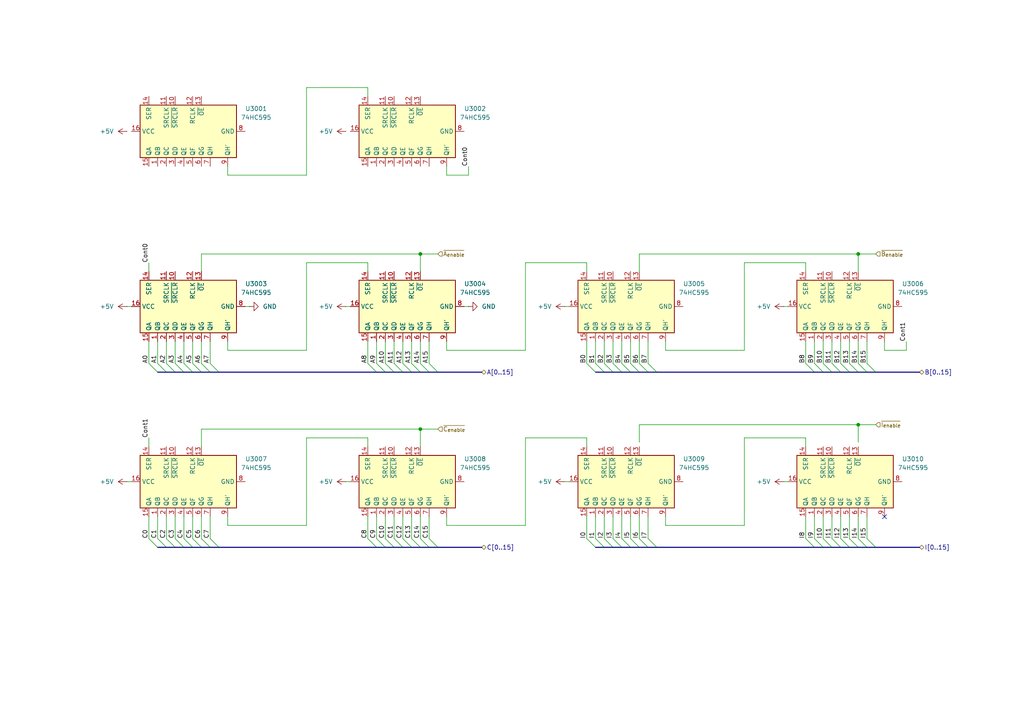
<source format=kicad_sch>
(kicad_sch (version 20231120) (generator "eeschema") (generator_version "8.0")
  (paper "A4")
  (lib_symbols
    (symbol "74xx:74HC595"
      (property "Reference" "U" (at -7.62 13.97 0))
      (property "Value" "74HC595" (at -7.62 -16.51 0))
      (symbol "74HC595_1_0"
        (pin tri_state line (at 10.16 7.62 180) (length 2.54) (name "QB") (number "1"))
        (pin input line (at -10.16 2.54 0) (length 2.54) (name "~{SRCLR}") (number "10"))
        (pin input line (at -10.16 5.08 0) (length 2.54) (name "SRCLK") (number "11"))
        (pin input line (at -10.16 -2.54 0) (length 2.54) (name "RCLK") (number "12"))
        (pin input line (at -10.16 -5.08 0) (length 2.54) (name "~{OE}") (number "13"))
        (pin input line (at -10.16 10.16 0) (length 2.54) (name "SER") (number "14"))
        (pin tri_state line (at 10.16 10.16 180) (length 2.54) (name "QA") (number "15"))
        (pin power_in line (at 0 15.24 270) (length 2.54) (name "VCC") (number "16"))
        (pin tri_state line (at 10.16 5.08 180) (length 2.54) (name "QC") (number "2"))
        (pin tri_state line (at 10.16 2.54 180) (length 2.54) (name "QD") (number "3"))
        (pin tri_state line (at 10.16 0 180) (length 2.54) (name "QE") (number "4"))
        (pin tri_state line (at 10.16 -2.54 180) (length 2.54) (name "QF") (number "5"))
        (pin tri_state line (at 10.16 -5.08 180) (length 2.54) (name "QG") (number "6"))
        (pin tri_state line (at 10.16 -7.62 180) (length 2.54) (name "QH") (number "7"))
        (pin power_in line (at 0 -17.78 90) (length 2.54) (name "GND") (number "8"))
        (pin output line (at 10.16 -12.7 180) (length 2.54) (name "QH'") (number "9"))
      )
      (symbol "74HC595_1_1"
        (rectangle (start -7.62 12.7) (end 7.62 -15.24) (stroke (width 0.254)) (fill (type background)))
      )
    )
    (symbol "power:+5V" (power) (pin_numbers hide) (pin_names (offset 0) hide)
      (property "Value" "+5V" (at 0 3.556 0))
      (symbol "+5V_0_1"
        (polyline (pts (xy -0.762 1.27) (xy 0 2.54)))
        (polyline (pts (xy 0 0) (xy 0 2.54)))
        (polyline (pts (xy 0 2.54) (xy 0.762 1.27)))
      )
      (symbol "+5V_1_1"
        (pin power_in line (at 0 0 90) (length 0) (name "~") (number "1"))
      )
    )
    (symbol "power:GND" (power) (pin_numbers hide) (pin_names (offset 0) hide)
      (property "Value" "GND" (at 0 -3.81 0))
      (symbol "GND_0_1"
        (polyline (pts (xy 0 0) (xy 0 -1.27) (xy 1.27 -1.27) (xy 0 -2.54) (xy -1.27 -1.27) (xy 0 -1.27)))
      )
      (symbol "GND_1_1"
        (pin power_in line (at 0 0 270) (length 0) (name "~") (number "1"))
      )
    )
  )
  (junction (at 248.92 73.66))
  (junction (at 121.92 73.66))
  (junction (at 248.92 123.19))
  (junction (at 121.92 124.46))
  (no_connect (at 256.54 149.86))
  (bus_entry (at 251.46 158.75) (size -2.54 -2.54))
  (bus_entry (at 254 158.75) (size -2.54 -2.54))
  (bus_entry (at 60.96 107.95) (size -2.54 -2.54))
  (bus_entry (at 238.76 107.95) (size -2.54 -2.54))
  (bus_entry (at 58.42 158.75) (size -2.54 -2.54))
  (bus_entry (at 190.5 107.95) (size -2.54 -2.54))
  (bus_entry (at 172.72 158.75) (size -2.54 -2.54))
  (bus_entry (at 254 107.95) (size -2.54 -2.54))
  (bus_entry (at 116.84 107.95) (size -2.54 -2.54))
  (bus_entry (at 121.92 158.75) (size -2.54 -2.54))
  (bus_entry (at 180.34 158.75) (size -2.54 -2.54))
  (bus_entry (at 175.26 107.95) (size -2.54 -2.54))
  (bus_entry (at 111.76 107.95) (size -2.54 -2.54))
  (bus_entry (at 185.42 158.75) (size -2.54 -2.54))
  (bus_entry (at 180.34 107.95) (size -2.54 -2.54))
  (bus_entry (at 121.92 107.95) (size -2.54 -2.54))
  (bus_entry (at 185.42 107.95) (size -2.54 -2.54))
  (bus_entry (at 251.46 107.95) (size -2.54 -2.54))
  (bus_entry (at 182.88 107.95) (size -2.54 -2.54))
  (bus_entry (at 241.3 107.95) (size -2.54 -2.54))
  (bus_entry (at 109.22 107.95) (size -2.54 -2.54))
  (bus_entry (at 48.26 158.75) (size -2.54 -2.54))
  (bus_entry (at 236.22 107.95) (size -2.54 -2.54))
  (bus_entry (at 45.72 158.75) (size -2.54 -2.54))
  (bus_entry (at 127 158.75) (size -2.54 -2.54))
  (bus_entry (at 190.5 158.75) (size -2.54 -2.54))
  (bus_entry (at 124.46 158.75) (size -2.54 -2.54))
  (bus_entry (at 177.8 107.95) (size -2.54 -2.54))
  (bus_entry (at 124.46 107.95) (size -2.54 -2.54))
  (bus_entry (at 109.22 158.75) (size -2.54 -2.54))
  (bus_entry (at 50.8 158.75) (size -2.54 -2.54))
  (bus_entry (at 53.34 158.75) (size -2.54 -2.54))
  (bus_entry (at 45.72 107.95) (size -2.54 -2.54))
  (bus_entry (at 246.38 107.95) (size -2.54 -2.54))
  (bus_entry (at 116.84 158.75) (size -2.54 -2.54))
  (bus_entry (at 119.38 107.95) (size -2.54 -2.54))
  (bus_entry (at 248.92 107.95) (size -2.54 -2.54))
  (bus_entry (at 172.72 107.95) (size -2.54 -2.54))
  (bus_entry (at 175.26 158.75) (size -2.54 -2.54))
  (bus_entry (at 114.3 107.95) (size -2.54 -2.54))
  (bus_entry (at 55.88 107.95) (size -2.54 -2.54))
  (bus_entry (at 243.84 158.75) (size -2.54 -2.54))
  (bus_entry (at 53.34 107.95) (size -2.54 -2.54))
  (bus_entry (at 55.88 158.75) (size -2.54 -2.54))
  (bus_entry (at 177.8 158.75) (size -2.54 -2.54))
  (bus_entry (at 63.5 158.75) (size -2.54 -2.54))
  (bus_entry (at 127 107.95) (size -2.54 -2.54))
  (bus_entry (at 111.76 158.75) (size -2.54 -2.54))
  (bus_entry (at 119.38 158.75) (size -2.54 -2.54))
  (bus_entry (at 48.26 107.95) (size -2.54 -2.54))
  (bus_entry (at 246.38 158.75) (size -2.54 -2.54))
  (bus_entry (at 63.5 107.95) (size -2.54 -2.54))
  (bus_entry (at 182.88 158.75) (size -2.54 -2.54))
  (bus_entry (at 60.96 158.75) (size -2.54 -2.54))
  (bus_entry (at 114.3 158.75) (size -2.54 -2.54))
  (bus_entry (at 58.42 107.95) (size -2.54 -2.54))
  (bus_entry (at 238.76 158.75) (size -2.54 -2.54))
  (bus_entry (at 187.96 158.75) (size -2.54 -2.54))
  (bus_entry (at 243.84 107.95) (size -2.54 -2.54))
  (bus_entry (at 187.96 107.95) (size -2.54 -2.54))
  (bus_entry (at 236.22 158.75) (size -2.54 -2.54))
  (bus_entry (at 248.92 158.75) (size -2.54 -2.54))
  (bus_entry (at 50.8 107.95) (size -2.54 -2.54))
  (bus_entry (at 241.3 158.75) (size -2.54 -2.54))
  (wire (pts (xy 66.04 50.8) (xy 88.9 50.8)))
  (wire (pts (xy 119.38 149.86) (xy 119.38 156.21)))
  (wire (pts (xy 193.04 149.86) (xy 193.04 152.4)))
  (wire (pts (xy 111.76 99.06) (xy 111.76 105.41)))
  (wire (pts (xy 246.38 99.06) (xy 246.38 105.41)))
  (wire (pts (xy 43.18 76.2) (xy 43.18 78.74)))
  (bus (pts (xy 114.3 158.75) (xy 116.84 158.75)))
  (wire (pts (xy 129.54 99.06) (xy 129.54 101.6)))
  (wire (pts (xy 180.34 99.06) (xy 180.34 105.41)))
  (wire (pts (xy 121.92 73.66) (xy 127 73.66)))
  (bus (pts (xy 254 158.75) (xy 266.7 158.75)))
  (wire (pts (xy 109.22 149.86) (xy 109.22 156.21)))
  (wire (pts (xy 172.72 149.86) (xy 172.72 156.21)))
  (bus (pts (xy 187.96 107.95) (xy 190.5 107.95)))
  (bus (pts (xy 53.34 107.95) (xy 55.88 107.95)))
  (bus (pts (xy 45.72 158.75) (xy 48.26 158.75)))
  (wire (pts (xy 55.88 149.86) (xy 55.88 156.21)))
  (wire (pts (xy 152.4 101.6) (xy 152.4 76.2)))
  (wire (pts (xy 55.88 99.06) (xy 55.88 105.41)))
  (bus (pts (xy 238.76 107.95) (xy 241.3 107.95)))
  (bus (pts (xy 121.92 158.75) (xy 124.46 158.75)))
  (bus (pts (xy 182.88 107.95) (xy 185.42 107.95)))
  (bus (pts (xy 177.8 107.95) (xy 180.34 107.95)))
  (bus (pts (xy 50.8 107.95) (xy 53.34 107.95)))
  (wire (pts (xy 71.12 88.9) (xy 72.39 88.9)))
  (bus (pts (xy 111.76 107.95) (xy 114.3 107.95)))
  (wire (pts (xy 129.54 101.6) (xy 152.4 101.6)))
  (bus (pts (xy 124.46 158.75) (xy 127 158.75)))
  (wire (pts (xy 187.96 99.06) (xy 187.96 105.41)))
  (wire (pts (xy 193.04 152.4) (xy 215.9 152.4)))
  (wire (pts (xy 215.9 76.2) (xy 233.68 76.2)))
  (wire (pts (xy 233.68 99.06) (xy 233.68 105.41)))
  (bus (pts (xy 180.34 107.95) (xy 182.88 107.95)))
  (wire (pts (xy 58.42 78.74) (xy 58.42 73.66)))
  (wire (pts (xy 106.68 76.2) (xy 106.68 78.74)))
  (wire (pts (xy 170.18 99.06) (xy 170.18 105.41)))
  (wire (pts (xy 177.8 149.86) (xy 177.8 156.21)))
  (bus (pts (xy 243.84 158.75) (xy 246.38 158.75)))
  (wire (pts (xy 170.18 149.86) (xy 170.18 156.21)))
  (wire (pts (xy 45.72 149.86) (xy 45.72 156.21)))
  (wire (pts (xy 256.54 101.6) (xy 262.89 101.6)))
  (bus (pts (xy 182.88 158.75) (xy 185.42 158.75)))
  (wire (pts (xy 175.26 99.06) (xy 175.26 105.41)))
  (wire (pts (xy 215.9 152.4) (xy 215.9 127)))
  (wire (pts (xy 114.3 149.86) (xy 114.3 156.21)))
  (wire (pts (xy 116.84 149.86) (xy 116.84 156.21)))
  (bus (pts (xy 111.76 158.75) (xy 114.3 158.75)))
  (bus (pts (xy 251.46 107.95) (xy 254 107.95)))
  (wire (pts (xy 185.42 73.66) (xy 248.92 73.66)))
  (wire (pts (xy 53.34 149.86) (xy 53.34 156.21)))
  (wire (pts (xy 185.42 123.19) (xy 248.92 123.19)))
  (wire (pts (xy 248.92 73.66) (xy 254 73.66)))
  (wire (pts (xy 163.83 139.7) (xy 165.1 139.7)))
  (wire (pts (xy 170.18 76.2) (xy 170.18 78.74)))
  (bus (pts (xy 187.96 158.75) (xy 190.5 158.75)))
  (bus (pts (xy 55.88 107.95) (xy 58.42 107.95)))
  (wire (pts (xy 193.04 99.06) (xy 193.04 101.6)))
  (wire (pts (xy 66.04 149.86) (xy 66.04 152.4)))
  (wire (pts (xy 152.4 152.4) (xy 152.4 127)))
  (bus (pts (xy 251.46 158.75) (xy 254 158.75)))
  (wire (pts (xy 227.33 139.7) (xy 228.6 139.7)))
  (wire (pts (xy 88.9 76.2) (xy 106.68 76.2)))
  (bus (pts (xy 53.34 158.75) (xy 55.88 158.75)))
  (bus (pts (xy 127 158.75) (xy 139.7 158.75)))
  (wire (pts (xy 58.42 99.06) (xy 58.42 105.41)))
  (wire (pts (xy 241.3 99.06) (xy 241.3 105.41)))
  (wire (pts (xy 248.92 99.06) (xy 248.92 105.41)))
  (wire (pts (xy 88.9 25.4) (xy 106.68 25.4)))
  (wire (pts (xy 124.46 99.06) (xy 124.46 105.41)))
  (wire (pts (xy 121.92 124.46) (xy 127 124.46)))
  (bus (pts (xy 185.42 107.95) (xy 187.96 107.95)))
  (bus (pts (xy 254 107.95) (xy 266.7 107.95)))
  (bus (pts (xy 121.92 107.95) (xy 124.46 107.95)))
  (wire (pts (xy 58.42 129.54) (xy 58.42 124.46)))
  (wire (pts (xy 66.04 48.26) (xy 66.04 50.8)))
  (bus (pts (xy 127 107.95) (xy 139.7 107.95)))
  (bus (pts (xy 114.3 107.95) (xy 116.84 107.95)))
  (wire (pts (xy 119.38 99.06) (xy 119.38 105.41)))
  (wire (pts (xy 43.18 149.86) (xy 43.18 156.21)))
  (bus (pts (xy 109.22 107.95) (xy 111.76 107.95)))
  (wire (pts (xy 121.92 124.46) (xy 121.92 129.54)))
  (wire (pts (xy 135.89 48.26) (xy 135.89 50.8)))
  (wire (pts (xy 45.72 99.06) (xy 45.72 105.41)))
  (wire (pts (xy 233.68 149.86) (xy 233.68 156.21)))
  (bus (pts (xy 236.22 158.75) (xy 238.76 158.75)))
  (wire (pts (xy 215.9 127) (xy 233.68 127)))
  (wire (pts (xy 262.89 99.06) (xy 262.89 101.6)))
  (wire (pts (xy 182.88 99.06) (xy 182.88 105.41)))
  (bus (pts (xy 243.84 107.95) (xy 246.38 107.95)))
  (bus (pts (xy 58.42 158.75) (xy 60.96 158.75)))
  (wire (pts (xy 129.54 149.86) (xy 129.54 152.4)))
  (bus (pts (xy 50.8 158.75) (xy 53.34 158.75)))
  (wire (pts (xy 152.4 76.2) (xy 170.18 76.2)))
  (wire (pts (xy 114.3 99.06) (xy 114.3 105.41)))
  (wire (pts (xy 185.42 149.86) (xy 185.42 156.21)))
  (wire (pts (xy 248.92 149.86) (xy 248.92 156.21)))
  (wire (pts (xy 180.34 149.86) (xy 180.34 156.21)))
  (bus (pts (xy 248.92 107.95) (xy 251.46 107.95)))
  (wire (pts (xy 48.26 99.06) (xy 48.26 105.41)))
  (wire (pts (xy 185.42 99.06) (xy 185.42 105.41)))
  (wire (pts (xy 53.34 99.06) (xy 53.34 105.41)))
  (bus (pts (xy 48.26 107.95) (xy 50.8 107.95)))
  (wire (pts (xy 66.04 152.4) (xy 88.9 152.4)))
  (wire (pts (xy 88.9 127) (xy 106.68 127)))
  (wire (pts (xy 58.42 73.66) (xy 121.92 73.66)))
  (wire (pts (xy 129.54 50.8) (xy 135.89 50.8)))
  (wire (pts (xy 36.83 88.9) (xy 38.1 88.9)))
  (wire (pts (xy 243.84 99.06) (xy 243.84 105.41)))
  (bus (pts (xy 63.5 158.75) (xy 109.22 158.75)))
  (bus (pts (xy 175.26 107.95) (xy 177.8 107.95)))
  (wire (pts (xy 170.18 127) (xy 170.18 129.54)))
  (bus (pts (xy 177.8 158.75) (xy 180.34 158.75)))
  (wire (pts (xy 43.18 127) (xy 43.18 129.54)))
  (wire (pts (xy 129.54 48.26) (xy 129.54 50.8)))
  (wire (pts (xy 134.62 88.9) (xy 135.89 88.9)))
  (bus (pts (xy 246.38 158.75) (xy 248.92 158.75)))
  (wire (pts (xy 193.04 101.6) (xy 215.9 101.6)))
  (bus (pts (xy 241.3 158.75) (xy 243.84 158.75)))
  (bus (pts (xy 185.42 158.75) (xy 187.96 158.75)))
  (wire (pts (xy 215.9 101.6) (xy 215.9 76.2)))
  (wire (pts (xy 88.9 152.4) (xy 88.9 127)))
  (wire (pts (xy 241.3 149.86) (xy 241.3 156.21)))
  (wire (pts (xy 88.9 50.8) (xy 88.9 25.4)))
  (wire (pts (xy 185.42 78.74) (xy 185.42 73.66)))
  (bus (pts (xy 116.84 107.95) (xy 119.38 107.95)))
  (wire (pts (xy 163.83 88.9) (xy 165.1 88.9)))
  (wire (pts (xy 100.33 88.9) (xy 101.6 88.9)))
  (wire (pts (xy 60.96 99.06) (xy 60.96 105.41)))
  (wire (pts (xy 177.8 99.06) (xy 177.8 105.41)))
  (wire (pts (xy 236.22 149.86) (xy 236.22 156.21)))
  (bus (pts (xy 236.22 107.95) (xy 238.76 107.95)))
  (wire (pts (xy 50.8 149.86) (xy 50.8 156.21)))
  (wire (pts (xy 236.22 99.06) (xy 236.22 105.41)))
  (bus (pts (xy 58.42 107.95) (xy 60.96 107.95)))
  (wire (pts (xy 182.88 149.86) (xy 182.88 156.21)))
  (wire (pts (xy 60.96 149.86) (xy 60.96 156.21)))
  (bus (pts (xy 119.38 107.95) (xy 121.92 107.95)))
  (wire (pts (xy 185.42 128.27) (xy 185.42 123.19)))
  (wire (pts (xy 233.68 76.2) (xy 233.68 78.74)))
  (wire (pts (xy 227.33 88.9) (xy 228.6 88.9)))
  (wire (pts (xy 36.83 139.7) (xy 38.1 139.7)))
  (wire (pts (xy 50.8 99.06) (xy 50.8 105.41)))
  (wire (pts (xy 152.4 127) (xy 170.18 127)))
  (wire (pts (xy 172.72 99.06) (xy 172.72 105.41)))
  (wire (pts (xy 251.46 99.06) (xy 251.46 105.41)))
  (wire (pts (xy 121.92 99.06) (xy 121.92 105.41)))
  (wire (pts (xy 256.54 99.06) (xy 256.54 101.6)))
  (wire (pts (xy 121.92 73.66) (xy 121.92 78.74)))
  (bus (pts (xy 175.26 158.75) (xy 177.8 158.75)))
  (wire (pts (xy 248.92 123.19) (xy 254 123.19)))
  (bus (pts (xy 63.5 107.95) (xy 109.22 107.95)))
  (wire (pts (xy 238.76 99.06) (xy 238.76 105.41)))
  (bus (pts (xy 190.5 158.75) (xy 236.22 158.75)))
  (bus (pts (xy 180.34 158.75) (xy 182.88 158.75)))
  (wire (pts (xy 175.26 149.86) (xy 175.26 156.21)))
  (wire (pts (xy 48.26 149.86) (xy 48.26 156.21)))
  (bus (pts (xy 60.96 158.75) (xy 63.5 158.75)))
  (wire (pts (xy 248.92 73.66) (xy 248.92 78.74)))
  (wire (pts (xy 238.76 149.86) (xy 238.76 156.21)))
  (wire (pts (xy 233.68 127) (xy 233.68 129.54)))
  (wire (pts (xy 111.76 149.86) (xy 111.76 156.21)))
  (bus (pts (xy 124.46 107.95) (xy 127 107.95)))
  (bus (pts (xy 238.76 158.75) (xy 241.3 158.75)))
  (bus (pts (xy 190.5 107.95) (xy 236.22 107.95)))
  (wire (pts (xy 88.9 101.6) (xy 88.9 76.2)))
  (bus (pts (xy 248.92 158.75) (xy 251.46 158.75)))
  (bus (pts (xy 45.72 107.95) (xy 48.26 107.95)))
  (wire (pts (xy 58.42 124.46) (xy 121.92 124.46)))
  (bus (pts (xy 172.72 158.75) (xy 175.26 158.75)))
  (wire (pts (xy 129.54 152.4) (xy 152.4 152.4)))
  (bus (pts (xy 116.84 158.75) (xy 119.38 158.75)))
  (wire (pts (xy 106.68 25.4) (xy 106.68 27.94)))
  (wire (pts (xy 66.04 99.06) (xy 66.04 101.6)))
  (wire (pts (xy 58.42 149.86) (xy 58.42 156.21)))
  (wire (pts (xy 109.22 99.06) (xy 109.22 105.41)))
  (bus (pts (xy 246.38 107.95) (xy 248.92 107.95)))
  (wire (pts (xy 121.92 149.86) (xy 121.92 156.21)))
  (bus (pts (xy 241.3 107.95) (xy 243.84 107.95)))
  (bus (pts (xy 55.88 158.75) (xy 58.42 158.75)))
  (wire (pts (xy 106.68 127) (xy 106.68 129.54)))
  (wire (pts (xy 243.84 149.86) (xy 243.84 156.21)))
  (wire (pts (xy 251.46 149.86) (xy 251.46 156.21)))
  (wire (pts (xy 106.68 149.86) (xy 106.68 156.21)))
  (wire (pts (xy 124.46 149.86) (xy 124.46 156.21)))
  (wire (pts (xy 43.18 99.06) (xy 43.18 105.41)))
  (bus (pts (xy 60.96 107.95) (xy 63.5 107.95)))
  (wire (pts (xy 106.68 99.06) (xy 106.68 105.41)))
  (wire (pts (xy 248.92 123.19) (xy 248.92 128.27)))
  (wire (pts (xy 187.96 149.86) (xy 187.96 156.21)))
  (bus (pts (xy 172.72 107.95) (xy 175.26 107.95)))
  (wire (pts (xy 66.04 101.6) (xy 88.9 101.6)))
  (wire (pts (xy 116.84 99.06) (xy 116.84 105.41)))
  (bus (pts (xy 119.38 158.75) (xy 121.92 158.75)))
  (wire (pts (xy 246.38 149.86) (xy 246.38 156.21)))
  (bus (pts (xy 48.26 158.75) (xy 50.8 158.75)))
  (wire (pts (xy 100.33 139.7) (xy 101.6 139.7)))
  (bus (pts (xy 109.22 158.75) (xy 111.76 158.75)))
  (label "I4" (at 180.34 156.21 90))
  (label "Cont0" (at 135.89 48.26 90))
  (label "B12" (at 243.84 105.41 90))
  (label "C4" (at 53.34 156.21 90))
  (label "I11" (at 241.3 156.21 90))
  (label "B8" (at 233.68 105.41 90))
  (label "C11" (at 114.3 156.21 90))
  (label "C1" (at 45.72 156.21 90))
  (label "B7" (at 187.96 105.41 90))
  (label "C10" (at 111.76 156.21 90))
  (label "I6" (at 185.42 156.21 90))
  (label "A14" (at 121.92 105.41 90))
  (label "A10" (at 111.76 105.41 90))
  (label "A1" (at 45.72 105.41 90))
  (label "C5" (at 55.88 156.21 90))
  (label "A15" (at 124.46 105.41 90))
  (label "A8" (at 106.68 105.41 90))
  (label "B15" (at 251.46 105.41 90))
  (label "A3" (at 50.8 105.41 90))
  (label "A12" (at 116.84 105.41 90))
  (label "I1" (at 172.72 156.21 90))
  (label "B9" (at 236.22 105.41 90))
  (label "C0" (at 43.18 156.21 90))
  (label "A4" (at 53.34 105.41 90))
  (label "B3" (at 177.8 105.41 90))
  (label "A6" (at 58.42 105.41 90))
  (label "I7" (at 187.96 156.21 90))
  (label "B0" (at 170.18 105.41 90))
  (label "I10" (at 238.76 156.21 90))
  (label "B13" (at 246.38 105.41 90))
  (label "C15" (at 124.46 156.21 90))
  (label "B10" (at 238.76 105.41 90))
  (label "C12" (at 116.84 156.21 90))
  (label "C2" (at 48.26 156.21 90))
  (label "A11" (at 114.3 105.41 90))
  (label "I0" (at 170.18 156.21 90))
  (label "I13" (at 246.38 156.21 90))
  (label "A2" (at 48.26 105.41 90))
  (label "I8" (at 233.68 156.21 90))
  (label "C9" (at 109.22 156.21 90))
  (label "I9" (at 236.22 156.21 90))
  (label "Cont1" (at 43.18 127 90))
  (label "C7" (at 60.96 156.21 90))
  (label "A7" (at 60.96 105.41 90))
  (label "C6" (at 58.42 156.21 90))
  (label "B5" (at 182.88 105.41 90))
  (label "B1" (at 172.72 105.41 90))
  (label "B11" (at 241.3 105.41 90))
  (label "B14" (at 248.92 105.41 90))
  (label "I5" (at 182.88 156.21 90))
  (label "I3" (at 177.8 156.21 90))
  (label "Cont0" (at 43.18 76.2 90))
  (label "C8" (at 106.68 156.21 90))
  (label "C13" (at 119.38 156.21 90))
  (label "I12" (at 243.84 156.21 90))
  (label "Cont1" (at 262.89 99.06 90))
  (label "C14" (at 121.92 156.21 90))
  (label "A9" (at 109.22 105.41 90))
  (label "I15" (at 251.46 156.21 90))
  (label "B2" (at 175.26 105.41 90))
  (label "I14" (at 248.92 156.21 90))
  (label "I2" (at 175.26 156.21 90))
  (label "B4" (at 180.34 105.41 90))
  (label "C3" (at 50.8 156.21 90))
  (label "B6" (at 185.42 105.41 90))
  (label "A0" (at 43.18 105.41 90))
  (label "A13" (at 119.38 105.41 90))
  (label "A5" (at 55.88 105.41 90))
  (hierarchical_label "C[0..15]" (shape tri_state) (at 139.7 158.75 0))
  (hierarchical_label "A[0..15]" (shape tri_state) (at 139.7 107.95 0))
  (hierarchical_label "~{A_{enable}}" (shape input) (at 127 73.66 0))
  (hierarchical_label "B[0..15]" (shape tri_state) (at 266.7 107.95 0))
  (hierarchical_label "~{B_{enable}}" (shape input) (at 254 73.66 0))
  (hierarchical_label "I[0..15]" (shape tri_state) (at 266.7 158.75 0))
  (hierarchical_label "~{C_{enable}}" (shape input) (at 127 124.46 0))
  (hierarchical_label "~{I_{enable}}" (shape input) (at 254 123.19 0))
  (symbol (lib_id "74xx:74HC595") (at 116.84 38.1 90) (mirror x) (unit 1)
    (property "Reference" "U3002" (at 137.795 31.5212 90))
    (property "Value" "74HC595" (at 137.795 34.0612 90))
    (property "Footprint" "Package_SO:SO-16_3.9x9.9mm_P1.27mm" (effects (hide yes)))
    (property "Datasheet" "http://www.ti.com/lit/ds/symlink/sn74hc595.pdf" (effects (hide yes)))
    (property "LCSC" "C5947" (effects (hide yes)))
  )
  (symbol (lib_id "74xx:74HC595") (at 243.84 88.9 90) (mirror x) (unit 1)
    (property "Reference" "U3006" (at 264.795 82.3212 90))
    (property "Value" "74HC595" (at 264.795 84.8612 90))
    (property "Footprint" "Package_SO:SO-16_3.9x9.9mm_P1.27mm" (effects (hide yes)))
    (property "Datasheet" "http://www.ti.com/lit/ds/symlink/sn74hc595.pdf" (effects (hide yes)))
    (property "LCSC" "C5947" (effects (hide yes)))
  )
  (symbol (lib_id "power:+5V") (at 163.83 88.9 90) (unit 1)
    (property "Reference" "#PWR03005" (effects (hide yes)))
    (property "Value" "+5V" (at 160.02 88.8999 90) (effects (justify left)))
    (property "Description" "Power symbol creates a global label with name \"+5V\"" (effects (hide yes)))
  )
  (symbol (lib_id "power:GND") (at 72.39 88.9 90) (unit 1)
    (property "Reference" "#PWR03007" (effects (hide yes)))
    (property "Value" "GND" (at 76.2 88.8999 90) (effects (justify right)))
    (property "Description" "Power symbol creates a global label with name \"GND\" , ground" (effects (hide yes)))
  )
  (symbol (lib_id "power:+5V") (at 163.83 139.7 90) (unit 1)
    (property "Reference" "#PWR03010" (effects (hide yes)))
    (property "Value" "+5V" (at 160.02 139.6999 90) (effects (justify left)))
    (property "Description" "Power symbol creates a global label with name \"+5V\"" (effects (hide yes)))
  )
  (symbol (lib_id "power:+5V") (at 36.83 139.7 90) (unit 1)
    (property "Reference" "#PWR03008" (effects (hide yes)))
    (property "Value" "+5V" (at 33.02 139.6999 90) (effects (justify left)))
    (property "Description" "Power symbol creates a global label with name \"+5V\"" (effects (hide yes)))
  )
  (symbol (lib_id "power:+5V") (at 100.33 38.1 90) (unit 1)
    (property "Reference" "#PWR03002" (effects (hide yes)))
    (property "Value" "+5V" (at 96.52 38.0999 90) (effects (justify left)))
    (property "Description" "Power symbol creates a global label with name \"+5V\"" (effects (hide yes)))
  )
  (symbol (lib_id "74xx:74HC595") (at 116.84 139.7 90) (mirror x) (unit 1)
    (property "Reference" "U3008" (at 137.795 133.1212 90))
    (property "Value" "74HC595" (at 137.795 135.6612 90))
    (property "Footprint" "Package_SO:SO-16_3.9x9.9mm_P1.27mm" (effects (hide yes)))
    (property "Datasheet" "http://www.ti.com/lit/ds/symlink/sn74hc595.pdf" (effects (hide yes)))
    (property "LCSC" "C5947" (effects (hide yes)))
  )
  (symbol (lib_id "power:+5V") (at 100.33 139.7 90) (unit 1)
    (property "Reference" "#PWR03009" (effects (hide yes)))
    (property "Value" "+5V" (at 96.52 139.6999 90) (effects (justify left)))
    (property "Description" "Power symbol creates a global label with name \"+5V\"" (effects (hide yes)))
  )
  (symbol (lib_id "74xx:74HC595") (at 243.84 139.7 90) (mirror x) (unit 1)
    (property "Reference" "U3010" (at 264.795 133.1212 90))
    (property "Value" "74HC595" (at 264.795 135.6612 90))
    (property "Footprint" "Package_SO:SO-16_3.9x9.9mm_P1.27mm" (effects (hide yes)))
    (property "Datasheet" "http://www.ti.com/lit/ds/symlink/sn74hc595.pdf" (effects (hide yes)))
    (property "LCSC" "C5947" (effects (hide yes)))
  )
  (symbol (lib_id "74xx:74HC595") (at 53.34 139.7 90) (mirror x) (unit 1)
    (property "Reference" "U3007" (at 74.295 133.1212 90))
    (property "Value" "74HC595" (at 74.295 135.6612 90))
    (property "Footprint" "Package_SO:SO-16_3.9x9.9mm_P1.27mm" (effects (hide yes)))
    (property "Datasheet" "http://www.ti.com/lit/ds/symlink/sn74hc595.pdf" (effects (hide yes)))
    (property "LCSC" "C5947" (effects (hide yes)))
  )
  (symbol (lib_id "74xx:74HC595") (at 53.34 38.1 90) (mirror x) (unit 1)
    (property "Reference" "U3001" (at 74.295 31.5212 90))
    (property "Value" "74HC595" (at 74.295 34.0612 90))
    (property "Footprint" "Package_SO:SO-16_3.9x9.9mm_P1.27mm" (effects (hide yes)))
    (property "Datasheet" "http://www.ti.com/lit/ds/symlink/sn74hc595.pdf" (effects (hide yes)))
    (property "LCSC" "C5947" (effects (hide yes)))
  )
  (symbol (lib_id "74xx:74HC595") (at 180.34 139.7 90) (mirror x) (unit 1)
    (property "Reference" "U3009" (at 201.295 133.1212 90))
    (property "Value" "74HC595" (at 201.295 135.6612 90))
    (property "Footprint" "Package_SO:SO-16_3.9x9.9mm_P1.27mm" (effects (hide yes)))
    (property "Datasheet" "http://www.ti.com/lit/ds/symlink/sn74hc595.pdf" (effects (hide yes)))
    (property "LCSC" "C5947" (effects (hide yes)))
  )
  (symbol (lib_id "power:+5V") (at 36.83 38.1 90) (unit 1)
    (property "Reference" "#PWR03001" (effects (hide yes)))
    (property "Value" "+5V" (at 33.02 38.0999 90) (effects (justify left)))
    (property "Description" "Power symbol creates a global label with name \"+5V\"" (effects (hide yes)))
  )
  (symbol (lib_id "74xx:74HC595") (at 116.84 88.9 90) (mirror x) (unit 1)
    (property "Reference" "U3004" (at 137.795 82.3212 90))
    (property "Value" "74HC595" (at 137.795 84.8612 90))
    (property "Footprint" "Package_SO:SO-16_3.9x9.9mm_P1.27mm" (effects (hide yes)))
    (property "Datasheet" "http://www.ti.com/lit/ds/symlink/sn74hc595.pdf" (effects (hide yes)))
    (property "LCSC" "C5947" (effects (hide yes)))
  )
  (symbol (lib_id "power:+5V") (at 36.83 88.9 90) (unit 1)
    (property "Reference" "#PWR03003" (effects (hide yes)))
    (property "Value" "+5V" (at 33.02 88.8999 90) (effects (justify left)))
    (property "Description" "Power symbol creates a global label with name \"+5V\"" (effects (hide yes)))
  )
  (symbol (lib_id "74xx:74HC595") (at 180.34 88.9 90) (mirror x) (unit 1)
    (property "Reference" "U3005" (at 201.295 82.3212 90))
    (property "Value" "74HC595" (at 201.295 84.8612 90))
    (property "Footprint" "Package_SO:SO-16_3.9x9.9mm_P1.27mm" (effects (hide yes)))
    (property "Datasheet" "http://www.ti.com/lit/ds/symlink/sn74hc595.pdf" (effects (hide yes)))
    (property "LCSC" "C5947" (effects (hide yes)))
  )
  (symbol (lib_id "74xx:74HC595") (at 53.34 88.9 90) (mirror x) (unit 1)
    (property "Reference" "U3003" (at 74.295 82.3212 90))
    (property "Value" "74HC595" (at 74.295 84.8612 90))
    (property "Footprint" "Package_SO:SO-16_3.9x9.9mm_P1.27mm" (effects (hide yes)))
    (property "Datasheet" "http://www.ti.com/lit/ds/symlink/sn74hc595.pdf" (effects (hide yes)))
    (property "LCSC" "C5947" (effects (hide yes)))
  )
  (symbol (lib_id "power:+5V") (at 227.33 139.7 90) (unit 1)
    (property "Reference" "#PWR03011" (effects (hide yes)))
    (property "Value" "+5V" (at 223.52 139.6999 90) (effects (justify left)))
    (property "Description" "Power symbol creates a global label with name \"+5V\"" (effects (hide yes)))
  )
  (symbol (lib_id "power:+5V") (at 100.33 88.9 90) (unit 1)
    (property "Reference" "#PWR03004" (effects (hide yes)))
    (property "Value" "+5V" (at 96.52 88.8999 90) (effects (justify left)))
    (property "Description" "Power symbol creates a global label with name \"+5V\"" (effects (hide yes)))
  )
  (symbol (lib_id "power:+5V") (at 227.33 88.9 90) (unit 1)
    (property "Reference" "#PWR03012" (effects (hide yes)))
    (property "Value" "+5V" (at 223.52 88.8999 90) (effects (justify left)))
    (property "Description" "Power symbol creates a global label with name \"+5V\"" (effects (hide yes)))
  )
  (symbol (lib_id "power:GND") (at 135.89 88.9 90) (unit 1)
    (property "Reference" "#PWR03006" (effects (hide yes)))
    (property "Value" "GND" (at 139.7 88.8999 90) (effects (justify right)))
    (property "Description" "Power symbol creates a global label with name \"GND\" , ground" (effects (hide yes)))
  )
)
</source>
